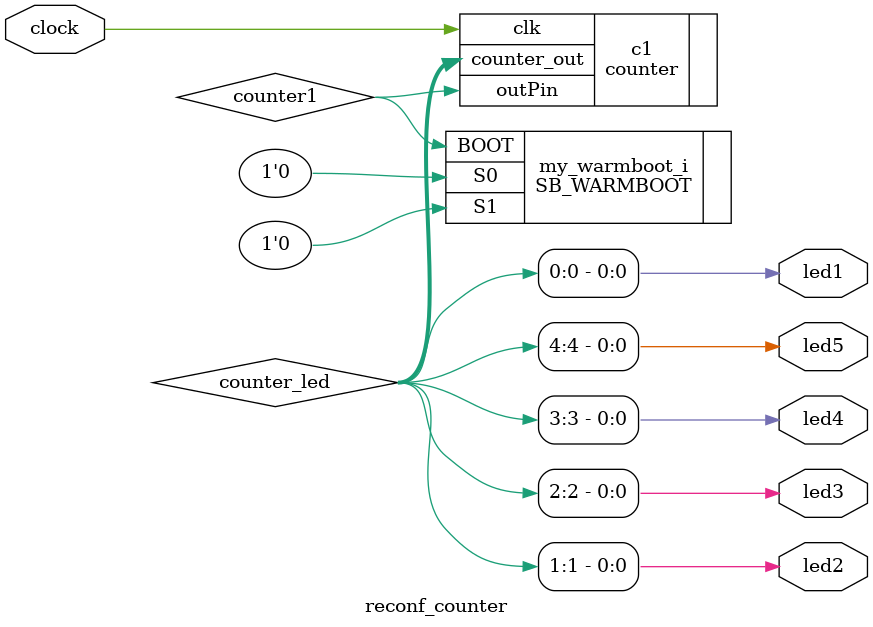
<source format=v>
`include "counter.v"
module reconf_counter 
(
	input clock,
    output led1, 
    output led2,
    output led3,
    output led4,
    output led5
);
//---------------------------------------------------------------------------------------

wire [4:0] counter_led;

assign {led5, led4, led3, led2, led1} = counter_led;


wire counter1;

counter c1 (
    .clk(clock),
    .outPin(counter1),
    .counter_out(counter_led)
);

SB_WARMBOOT  my_warmboot_i  (
    .BOOT (counter1),
    .S1 (1'b0),
    .S0 (1'b0)
);

endmodule
</source>
